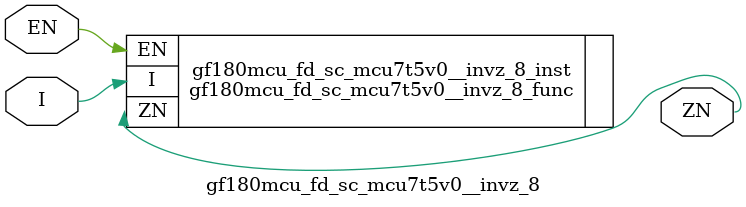
<source format=v>

module gf180mcu_fd_sc_mcu7t5v0__invz_8( EN, I, ZN );
input EN, I;
output ZN;

   `ifdef FUNCTIONAL  //  functional //

	gf180mcu_fd_sc_mcu7t5v0__invz_8_func gf180mcu_fd_sc_mcu7t5v0__invz_8_behav_inst(.EN(EN),.I(I),.ZN(ZN));

   `else

	gf180mcu_fd_sc_mcu7t5v0__invz_8_func gf180mcu_fd_sc_mcu7t5v0__invz_8_inst(.EN(EN),.I(I),.ZN(ZN));

	// spec_gates_begin


	// spec_gates_end



   specify

	// specify_block_begin

	// comb arc EN --> ZN
	 (EN => ZN) = (1.0,1.0);

	// comb arc I --> ZN
	 (I => ZN) = (1.0,1.0);

	// specify_block_end

   endspecify

   `endif

endmodule

</source>
